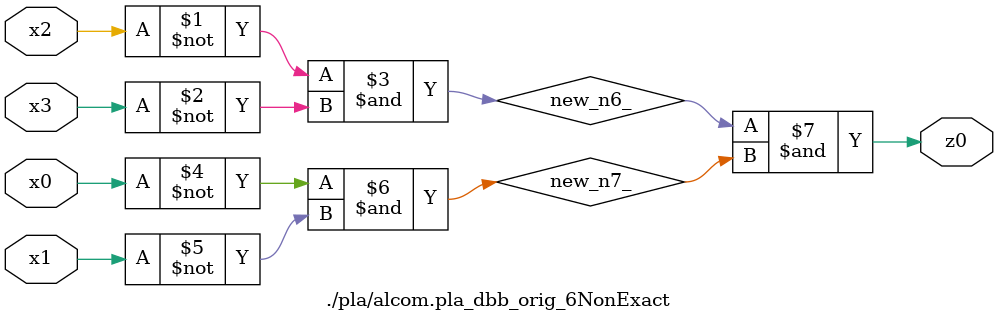
<source format=v>

module \./pla/alcom.pla_dbb_orig_6NonExact  ( 
    x0, x1, x2, x3,
    z0  );
  input  x0, x1, x2, x3;
  output z0;
  wire new_n6_, new_n7_;
  assign new_n6_ = ~x2 & ~x3;
  assign new_n7_ = ~x0 & ~x1;
  assign z0 = new_n6_ & new_n7_;
endmodule



</source>
